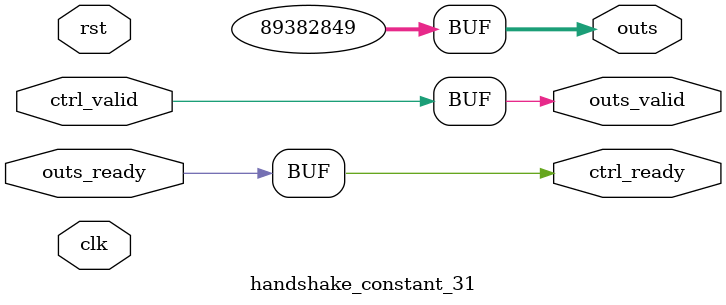
<source format=v>
`timescale 1ns / 1ps
module handshake_constant_31 #(
  parameter DATA_WIDTH = 32  // Default set to 32 bits
) (
  input                       clk,
  input                       rst,
  // Input Channel
  input                       ctrl_valid,
  output                      ctrl_ready,
  // Output Channel
  output [DATA_WIDTH - 1 : 0] outs,
  output                      outs_valid,
  input                       outs_ready
);
  assign outs       = 27'b101010100111101111111000001;
  assign outs_valid = ctrl_valid;
  assign ctrl_ready = outs_ready;

endmodule

</source>
